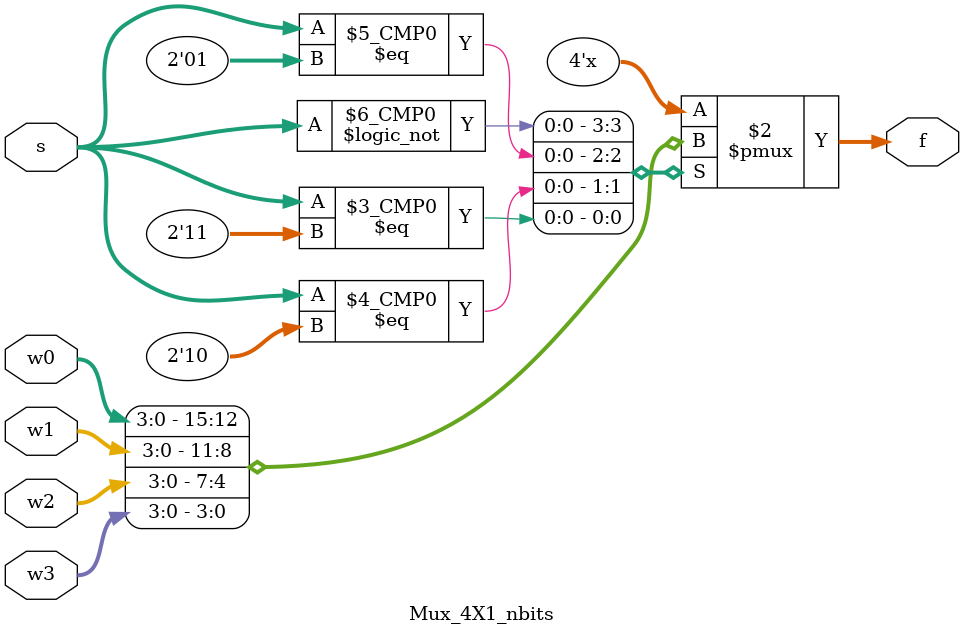
<source format=v>
`timescale 1ns / 1ps


module Mux_4X1_nbits
#(parameter n = 4)(
input [n-1 : 0] w0,w1,w2,w3,
input [1:0] s,
output reg [n-1 : 0]  f 
    );
    always @( w0,w1,w2,w3,s)
    begin
    //f = s[1]? (s[0]? w3 : w2) : (s[0]? w1 : w0);
//    if(s == 2'b00)
//    f = w0;
//    else if(s == 2'b01)
//    f = w1;
//    else if(s == 2'b10)
//    f = w2;
//    else if(s == 2'b11)
//    f = w3;
//    else 
//    f = 'bx;
   case(s)
    
    2'b00 : f = w0;
    2'b01 : f = w1;
    2'b10 : f = w2;
    2'b11 : f = w3;
    default : f = 'bx;
    endcase
    end
endmodule

</source>
